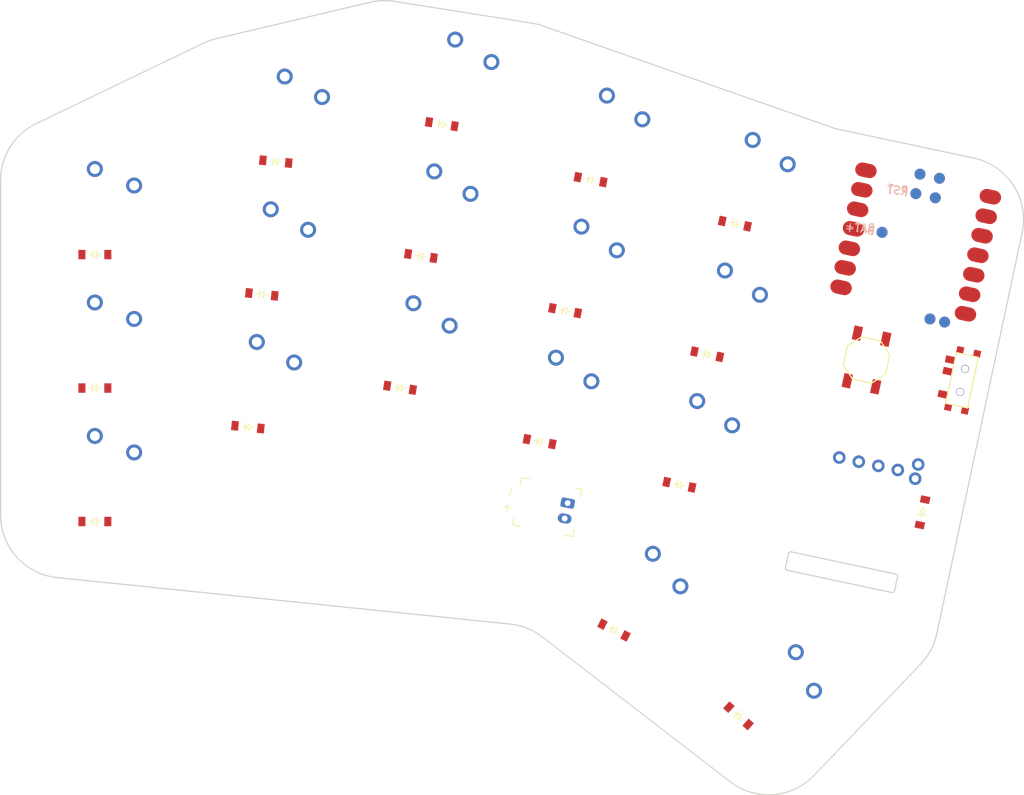
<source format=kicad_pcb>
(kicad_pcb (version 20241229) (generator "pcbnew") (generator_version "9.0")
  (title_block (title "ergogen_rollasplay") (rev "v1.0.0") (company "Unknown"))
  (layers (0 "F.Cu" signal) (2 "B.Cu" signal) (13 "F.Paste" user) (15 "B.Paste" user) (5 "F.SilkS" user "F.Silkscreen") (7 "B.SilkS" user "B.Silkscreen") (1 "F.Mask" user) (3 "B.Mask" user) (25 "Edge.Cuts" user))
  (net 0 "")
  (net 1 "D0")
  (net 2 "pinky_bottom")
  (net 3 "pinky_home")
  (net 4 "pinky_top")
  (net 5 "D2")
  (net 6 "ring_bottom")
  (net 7 "ring_home")
  (net 8 "ring_top")
  (net 9 "D4")
  (net 10 "middle_bottom")
  (net 11 "middle_home")
  (net 12 "middle_top")
  (net 13 "D8")
  (net 14 "index_bottom")
  (net 15 "index_home")
  (net 16 "index_top")
  (net 17 "D9")
  (net 18 "inner_bottom")
  (net 19 "inner_home")
  (net 20 "inner_top")
  (net 21 "left_onerow")
  (net 22 "right_onerow")
  (net 23 "D5")
  (net 24 "D3")
  (net 25 "D1")
  (net 26 "D10")
  (net 27 "D6")
  (net 28 "D7")
  (net 29 "RAW3V3")
  (net 30 "RAW5V")
  (net 31 "CLK")
  (net 32 "DIO")
  (net 33 "GND")
  (net 34 "RST")
  (net 35 "BAT")
  (net 36 "NFC1")
  (net 37 "NFC2")
  (net 38 "BAT_P")
  (net 39 "encoder_onerow")
  (footprint "E73:SPDT_C128955" (layer "F.Cu") (at 210.459494 87.024253 -102)
    (property "Reference" "T1" (hide yes))
    (property "Value" "" (hide yes))
    (fp_line (start 3.3 1.5) (end 3.3 -1.35) (stroke (width 0.15)) (layer "F.SilkS"))
    (fp_line (start -3.3 1.5) (end 3.3 1.5) (stroke (width 0.15)) (layer "F.SilkS"))
    (fp_line (start 1.95 -1.35) (end -1.95 -1.35) (stroke (width 0.15)) (layer "F.SilkS"))
    (fp_line (start 0 -1.35) (end 3.3 -1.35) (stroke (width 0.15)) (layer "F.SilkS"))
    (fp_line (start 0 -1.35) (end -3.3 -1.35) (stroke (width 0.15)) (layer "F.SilkS"))
    (fp_line (start -3.3 -1.35) (end -3.3 1.5) (stroke (width 0.15)) (layer "F.SilkS"))
    (pad "" smd rect (at -3.7 -1.1 258) (size 0.9 0.9) (layers "F.Cu" "F.Mask" "F.Paste"))
    (pad "" smd rect (at -3.7 1.1 258) (size 0.9 0.9) (layers "F.Cu" "F.Mask" "F.Paste"))
    (pad "" np_thru_hole circle (at -1.5 -0.000002) (size 1 1) (drill 0.9) (layers "*.Cu" "*.Mask"))
    (pad "" np_thru_hole circle (at 1.5 0.000002) (size 1 1) (drill 0.9) (layers "*.Cu" "*.Mask"))
    (pad "" smd rect (at 3.7 -1.1 258) (size 0.9 0.9) (layers "F.Cu" "F.Mask" "F.Paste"))
    (pad "" smd rect (at 3.7 1.1 258) (size 0.9 0.9) (layers "F.Cu" "F.Mask" "F.Paste"))
    (pad "1" smd rect (at 2.25 2.075 258) (size 0.9 1.25) (layers "F.Cu" "F.Mask" "F.Paste") (net 29 "RAW3V3"))
    (pad "2" smd rect (at -0.749998 2.075 258) (size 0.9 1.25) (layers "F.Cu" "F.Mask" "F.Paste") (net 35 "BAT"))
    (pad "3" smd rect (at -2.25 2.075 258) (size 0.9 1.25) (layers "F.Cu" "F.Mask" "F.Paste"))
  )
  (footprint "E73:SW_TACT_ALPS_SKQGABE010" (layer "F.Cu") (at 198.232649 84.425356 -102)
    (property "Reference" "B1" (hide yes))
    (property "Value" "" (hide yes))
    (fp_line (start -1.25 2.75) (end 1.25 2.750001) (stroke (width 0.15)) (layer "F.SilkS"))
    (fp_line (start 2.75 1.25) (end 1.25 2.750001) (stroke (width 0.15)) (layer "F.SilkS"))
    (fp_line (start -2.750001 1.25) (end -1.25 2.75) (stroke (width 0.15)) (layer "F.SilkS"))
    (fp_line (start 2.750001 -1.25) (end 2.75 1.25) (stroke (width 0.15)) (layer "F.SilkS"))
    (fp_line (start 2.750001 -1.25) (end 1.25 -2.75) (stroke (width 0.15)) (layer "F.SilkS"))
    (fp_line (start -2.75 -1.25) (end -2.750001 1.25) (stroke (width 0.15)) (layer "F.SilkS"))
    (fp_line (start -2.75 -1.25) (end -1.25 -2.750001) (stroke (width 0.15)) (layer "F.SilkS"))
    (fp_line (start -1.25 -2.750001) (end 1.25 -2.75) (stroke (width 0.15)) (layer "F.SilkS"))
    (pad "1" smd rect (at -3.1 -1.85 258) (size 1.8 1.1) (layers "F.Cu" "F.Mask" "F.Paste") (net 33 "GND"))
    (pad "1" smd rect (at 3.1 -1.85 258) (size 1.8 1.1) (layers "F.Cu" "F.Mask" "F.Paste") (net 33 "GND"))
    (pad "2" smd rect (at -3.1 1.85 258) (size 1.8 1.1) (layers "F.Cu" "F.Mask" "F.Paste") (net 34 "RST"))
    (pad "2" smd rect (at 3.1 1.85 258) (size 1.8 1.1) (layers "F.Cu" "F.Mask" "F.Paste") (net 34 "RST"))
  )
  (footprint "ceoloide:diode_tht_sod123" (layer "F.Cu") (at 141.504829 71.172127 -9)
    (property "Reference" "D8" (hide yes))
    (property "Value" "")
    (fp_line (start -0.75 0) (end -0.35 0) (stroke (width 0.1)) (layer "F.SilkS"))
    (fp_line (start -0.35 0) (end -0.35 0.55) (stroke (width 0.1)) (layer "F.SilkS"))
    (fp_line (start -0.35 0) (end -0.35 -0.55) (stroke (width 0.1)) (layer "F.SilkS"))
    (fp_line (start -0.35 0) (end 0.25 -0.4) (stroke (width 0.1)) (layer "F.SilkS"))
    (fp_line (start 0.25 0.4) (end -0.35 0) (stroke (width 0.1)) (layer "F.SilkS"))
    (fp_line (start 0.25 0) (end 0.75 0) (stroke (width 0.1)) (layer "F.SilkS"))
    (fp_line (start 0.25 -0.4) (end 0.25 0.4) (stroke (width 0.1)) (layer "F.SilkS"))
    (pad "1" smd rect (at -1.65 0 351) (size 0.9 1.2) (layers "F.Cu" "F.Mask" "F.Paste") (net 24 "D3"))
    (pad "2" smd rect (at 1.65 0 351) (size 0.9 1.2) (layers "F.Cu" "F.Mask" "F.Paste") (net 11 "middle_home"))
  )
  (footprint "PG1350" (layer "F.Cu") (at 175.447066 95.42841 -12)
    (property "Reference" "S13" (hide yes))
    (property "Value" "" (hide yes))
    (pad "" np_thru_hole circle (at -5.5 0) (size 1.7018 1.7018) (drill 1.7018) (layers "*.Cu" "*.Mask"))
    (pad "" np_thru_hole circle (at 0 0) (size 3.429 3.429) (drill 3.429) (layers "*.Cu" "*.Mask"))
    (pad "" np_thru_hole circle (at 5.5 0) (size 1.7018 1.7018) (drill 1.7018) (layers "*.Cu" "*.Mask"))
    (pad "1" thru_hole circle (at 5 -3.799999) (size 2.032 2.032) (drill 1.27) (layers "*.Cu" "*.Mask") (net 17 "D9"))
    (pad "2" thru_hole circle (at 0 -5.9) (size 2.032 2.032) (drill 1.27) (layers "*.Cu" "*.Mask") (net 18 "inner_bottom"))
  )
  (footprint "PG1350" (layer "F.Cu") (at 160.814171 73.228447 -11)
    (property "Reference" "S11" (hide yes))
    (property "Value" "" (hide yes))
    (pad "" np_thru_hole circle (at -5.5 0.000002) (size 1.7018 1.7018) (drill 1.7018) (layers "*.Cu" "*.Mask"))
    (pad "" np_thru_hole circle (at 0 0) (size 3.429 3.429) (drill 3.429) (layers "*.Cu" "*.Mask"))
    (pad "" np_thru_hole circle (at 5.5 -0.000002) (size 1.7018 1.7018) (drill 1.7018) (layers "*.Cu" "*.Mask"))
    (pad "1" thru_hole circle (at 5 -3.8) (size 2.032 2.032) (drill 1.27) (layers "*.Cu" "*.Mask") (net 13 "D8"))
    (pad "2" thru_hole circle (at 0 -5.9) (size 2.032 2.032) (drill 1.27) (layers "*.Cu" "*.Mask") (net 15 "index_home"))
  )
  (footprint "PG1350" (layer "F.Cu") (at 100 66)
    (property "Reference" "S3" (hide yes))
    (property "Value" "" (hide yes))
    (pad "" np_thru_hole circle (at -5.5 0) (size 1.7018 1.7018) (drill 1.7018) (layers "*.Cu" "*.Mask"))
    (pad "" np_thru_hole circle (at 0 0) (size 3.429 3.429) (drill 3.429) (layers "*.Cu" "*.Mask"))
    (pad "" np_thru_hole circle (at 5.5 0) (size 1.7018 1.7018) (drill 1.7018) (layers "*.Cu" "*.Mask"))
    (pad "1" thru_hole circle (at 5 -3.8) (size 2.032 2.032) (drill 1.27) (layers "*.Cu" "*.Mask") (net 1 "D0"))
    (pad "2" thru_hole circle (at 0 -5.9) (size 2.032 2.032) (drill 1.27) (layers "*.Cu" "*.Mask") (net 4 "pinky_top"))
  )
  (footprint "PG1350" (layer "F.Cu") (at 142.287001 66.233686 -9)
    (property "Reference" "S8" (hide yes))
    (property "Value" "" (hide yes))
    (pad "" np_thru_hole circle (at -5.5 0) (size 1.7018 1.7018) (drill 1.7018) (layers "*.Cu" "*.Mask"))
    (pad "" np_thru_hole circle (at 0 0) (size 3.429 3.429) (drill 3.429) (layers "*.Cu" "*.Mask"))
    (pad "" np_thru_hole circle (at 5.5 0) (size 1.7018 1.7018) (drill 1.7018) (layers "*.Cu" "*.Mask"))
    (pad "1" thru_hole circle (at 5 -3.8) (size 2.032 2.032) (drill 1.27) (layers "*.Cu" "*.Mask") (net 9 "D4"))
    (pad "2" thru_hole circle (at 0 -5.9) (size 2.032 2.032) (drill 1.27) (layers "*.Cu" "*.Mask") (net 11 "middle_home"))
  )
  (footprint "ceoloide:diode_tht_sod123" (layer "F.Cu") (at 123.031326 59.158865 -6)
    (property "Reference" "D6" (hide yes))
    (property "Value" "")
    (fp_line (start -0.75 0) (end -0.35 0) (stroke (width 0.1)) (layer "F.SilkS"))
    (fp_line (start -0.35 0) (end -0.35 0.55) (stroke (width 0.1)) (layer "F.SilkS"))
    (fp_line (start -0.35 0) (end -0.35 -0.55) (stroke (width 0.1)) (layer "F.SilkS"))
    (fp_line (start -0.35 0) (end 0.25 -0.4) (stroke (width 0.1)) (layer "F.SilkS"))
    (fp_line (start 0.25 0.4) (end -0.35 0) (stroke (width 0.1)) (layer "F.SilkS"))
    (fp_line (start 0.25 0) (end 0.75 0) (stroke (width 0.1)) (layer "F.SilkS"))
    (fp_line (start 0.25 -0.4) (end 0.25 0.4) (stroke (width 0.1)) (layer "F.SilkS"))
    (pad "1" smd rect (at -1.65 0 354) (size 0.9 1.2) (layers "F.Cu" "F.Mask" "F.Paste") (net 25 "D1"))
    (pad "2" smd rect (at 1.65 0 354) (size 0.9 1.2) (layers "F.Cu" "F.Mask" "F.Paste") (net 8 "ring_top"))
  )
  (footprint "ceoloide:diode_tht_sod123" (layer "F.Cu") (at 177.942006 83.690639 -12)
    (property "Reference" "D14" (hide yes))
    (property "Value" "")
    (fp_line (start -0.75 0) (end -0.35 0) (stroke (width 0.1)) (layer "F.SilkS"))
    (fp_line (start -0.35 0) (end -0.35 0.55) (stroke (width 0.1)) (layer "F.SilkS"))
    (fp_line (start -0.35 0) (end -0.35 -0.55) (stroke (width 0.1)) (layer "F.SilkS"))
    (fp_line (start -0.35 0) (end 0.25 -0.4) (stroke (width 0.1)) (layer "F.SilkS"))
    (fp_line (start 0.25 0.4) (end -0.35 0) (stroke (width 0.1)) (layer "F.SilkS"))
    (fp_line (start 0.25 0) (end 0.75 0) (stroke (width 0.1)) (layer "F.SilkS"))
    (fp_line (start 0.25 -0.4) (end 0.25 0.4) (stroke (width 0.1)) (layer "F.SilkS"))
    (pad "1" smd rect (at -1.65 0 348) (size 0.9 1.2) (layers "F.Cu" "F.Mask" "F.Paste") (net 24 "D3"))
    (pad "2" smd rect (at 1.65 0 348) (size 0.9 1.2) (layers "F.Cu" "F.Mask" "F.Paste") (net 19 "inner_home"))
  )
  (footprint "ceoloide:diode_tht_sod123" (layer "F.Cu") (at 181.938027 129.748862 -42)
    (property "Reference" "D17" (hide yes))
    (property "Value" "")
    (fp_line (start -0.75 0) (end -0.35 0) (stroke (width 0.1)) (layer "F.SilkS"))
    (fp_line (start -0.35 0) (end -0.35 0.55) (stroke (width 0.1)) (layer "F.SilkS"))
    (fp_line (start -0.35 0) (end -0.35 -0.55) (stroke (width 0.1)) (layer "F.SilkS"))
    (fp_line (start -0.35 0) (end 0.25 -0.399999) (stroke (width 0.1)) (layer "F.SilkS"))
    (fp_line (start 0.25 0.4) (end -0.35 0) (stroke (width 0.1)) (layer "F.SilkS"))
    (fp_line (start 0.25 0) (end 0.75 0) (stroke (width 0.1)) (layer "F.SilkS"))
    (fp_line (start 0.25 -0.399999) (end 0.25 0.4) (stroke (width 0.1)) (layer "F.SilkS"))
    (pad "1" smd rect (at -1.65 0 318) (size 0.9 1.2) (layers "F.Cu" "F.Mask" "F.Paste") (net 26 "D10"))
    (pad "2" smd rect (at 1.65 0 318) (size 0.9 1.2) (layers "F.Cu" "F.Mask" "F.Paste") (net 22 "right_onerow"))
  )
  (footprint "ceoloide:diode_tht_sod123" (layer "F.Cu") (at 174.407507 100.319148 -12)
    (property "Reference" "D13" (hide yes))
    (property "Value" "")
    (fp_line (start -0.75 0) (end -0.35 0) (stroke (width 0.1)) (layer "F.SilkS"))
    (fp_line (start -0.35 0) (end -0.35 0.55) (stroke (width 0.1)) (layer "F.SilkS"))
    (fp_line (start -0.35 0) (end -0.35 -0.55) (stroke (width 0.1)) (layer "F.SilkS"))
    (fp_line (start -0.35 0) (end 0.25 -0.4) (stroke (width 0.1)) (layer "F.SilkS"))
    (fp_line (start 0.25 0.4) (end -0.35 0) (stroke (width 0.1)) (layer "F.SilkS"))
    (fp_line (start 0.25 0) (end 0.75 0) (stroke (width 0.1)) (layer "F.SilkS"))
    (fp_line (start 0.25 -0.4) (end 0.25 0.4) (stroke (width 0.1)) (layer "F.SilkS"))
    (pad "1" smd rect (at -1.65 0 348) (size 0.9 1.2) (layers "F.Cu" "F.Mask" "F.Paste") (net 23 "D5"))
    (pad "2" smd rect (at 1.65 0 348) (size 0.9 1.2) (layers "F.Cu" "F.Mask" "F.Paste") (net 18 "inner_bottom"))
  )
  (footprint "PG1350" (layer "F.Cu") (at 120 88 -6)
    (property "Reference" "S4" (hide yes))
    (property "Value" "" (hide yes))
    (pad "" np_thru_hole circle (at -5.5 0) (size 1.7018 1.7018) (drill 1.7018) (layers "*.Cu" "*.Mask"))
    (pad "" np_thru_hole circle (at 0 0) (size 3.429 3.429) (drill 3.429) (layers "*.Cu" "*.Mask"))
    (pad "" np_thru_hole circle (at 5.5 0) (size 1.7018 1.7018) (drill 1.7018) (layers "*.Cu" "*.Mask"))
    (pad "1" thru_hole circle (at 5 -3.8) (size 2.032 2.032) (drill 1.27) (layers "*.Cu" "*.Mask") (net 5 "D2"))
    (pad "2" thru_hole circle (at 0 -5.9) (size 2.032 2.032) (drill 1.27) (layers "*.Cu" "*.Mask") (net 6 "ring_bottom"))
  )
  (footprint "ceoloide:diode_tht_sod123" (layer "F.Cu") (at 159.860126 78.136583 -11)
    (property "Reference" "D11" (hide yes))
    (property "Value" "")
    (fp_line (start -0.75 0) (end -0.35 0) (stroke (width 0.1)) (layer "F.SilkS"))
    (fp_line (start -0.35 0) (end -0.35 0.55) (stroke (width 0.1)) (layer "F.SilkS"))
    (fp_line (start -0.35 0) (end -0.35 -0.55) (stroke (width 0.1)) (layer "F.SilkS"))
    (fp_line (start -0.35 0) (end 0.25 -0.4) (stroke (width 0.1)) (layer "F.SilkS"))
    (fp_line (start 0.25 0.4) (end -0.35 0) (stroke (width 0.1)) (layer "F.SilkS"))
    (fp_line (start 0.25 0) (end 0.75 0) (stroke (width 0.1)) (layer "F.SilkS"))
    (fp_line (start 0.25 -0.4) (end 0.25 0.4) (stroke (width 0.1)) (layer "F.SilkS"))
    (pad "1" smd rect (at -1.65 0 349) (size 0.9 1.2) (layers "F.Cu" "F.Mask" "F.Paste") (net 24 "D3"))
    (pad "2" smd rect (at 1.65 0 349) (size 0.9 1.2) (layers "F.Cu" "F.Mask" "F.Paste") (net 15 "index_home"))
  )
  (footprint "PG1350" (layer "F.Cu") (at 164.057924 56.540785 -11)
    (property "Reference" "S12" (hide yes))
    (property "Value" "" (hide yes))
    (pad "" np_thru_hole circle (at -5.5 0.000002) (size 1.7018 1.7018) (drill 1.7018) (layers "*.Cu" "*.Mask"))
    (pad "" np_thru_hole circle (at 0 0) (size 3.429 3.429) (drill 3.429) (layers "*.Cu" "*.Mask"))
    (pad "" np_thru_hole circle (at 5.5 -0.000002) (size 1.7018 1.7018) (drill 1.7018) (layers "*.Cu" "*.Mask"))
    (pad "1" thru_hole circle (at 5 -3.8) (size 2.032 2.032) (drill 1.27) (layers "*.Cu" "*.Mask") (net 13 "D8"))
    (pad "2" thru_hole circle (at 0 -5.9) (size 2.032 2.032) (drill 1.27) (layers "*.Cu" "*.Mask") (net 16 "index_top"))
  )
  (footprint "ceoloide:diode_tht_sod123" (layer "F.Cu") (at 166.084437 118.82266 -27)
    (property "Reference" "D16" (hide yes))
    (property "Value" "")
    (fp_line (start -0.75 0) (end -0.35 0) (stroke (width 0.1)) (layer "F.SilkS"))
    (fp_line (start -0.35 0) (end -0.35 0.55) (stroke (width 0.1)) (layer "F.SilkS"))
    (fp_line (start -0.35 0) (end -0.35 -0.55) (stroke (width 0.1)) (layer "F.SilkS"))
    (fp_line (start -0.35 0) (end 0.25 -0.4) (stroke (width 0.1)) (layer "F.SilkS"))
    (fp_line (start 0.25 0.4) (end -0.35 0) (stroke (width 0.1)) (layer "F.SilkS"))
    (fp_line (start 0.25 0) (end 0.75 0) (stroke (width 0.1)) (layer "F.SilkS"))
    (fp_line (start 0.25 -0.4) (end 0.25 0.4) (stroke (width 0.1)) (layer "F.SilkS"))
    (pad "1" smd rect (at -1.65 0 333) (size 0.9 1.2) (layers "F.Cu" "F.Mask" "F.Paste") (net 26 "D10"))
    (pad "2" smd rect (at 1.65 0 333) (size 0.9 1.2) (layers "F.Cu" "F.Mask" "F.Paste") (net 21 "left_onerow"))
  )
  (footprint "ceoloide:diode_tht_sod123" (layer "F.Cu") (at 119.477358 92.97261 -6)
    (property "Reference" "D4" (hide yes))
    (property "Value" "")
    (fp_line (start -0.75 0) (end -0.35 0) (stroke (width 0.1)) (layer "F.SilkS"))
    (fp_line (start -0.35 0) (end -0.35 0.55) (stroke (width 0.1)) (layer "F.SilkS"))
    (fp_line (start -0.35 0) (end -0.35 -0.55) (stroke (width 0.1)) (layer "F.SilkS"))
    (fp_line (start -0.35 0) (end 0.25 -0.4) (stroke (width 0.1)) (layer "F.SilkS"))
    (fp_line (start 0.25 0.4) (end -0.35 0) (stroke (width 0.1)) (layer "F.SilkS"))
    (fp_line (start 0.25 0) (end 0.75 0) (stroke (width 0.1)) (layer "F.SilkS"))
    (fp_line (start 0.25 -0.4) (end 0.25 0.4) (stroke (width 0.1)) (layer "F.SilkS"))
    (pad "1" smd rect (at -1.65 0 354) (size 0.9 1.2) (layers "F.Cu" "F.Mask" "F.Paste") (net 23 "D5"))
    (pad "2" smd rect (at 1.65 0 354) (size 0.9 1.2) (layers "F.Cu" "F.Mask" "F.Paste") (net 6 "ring_bottom"))
  )
  (footprint "PG1350" (layer "F.Cu") (at 178.981565 78.799901 -12)
    (property "Reference" "S14" (hide yes))
    (property "Value" "" (hide yes))
    (pad "" np_thru_hole circle (at -5.5 0) (size 1.7018 1.7018) (drill 1.7018) (layers "*.Cu" "*.Mask"))
    (pad "" np_thru_hole circle (at 0 0) (size 3.429 3.429) (drill 3.429) (layers "*.Cu" "*.Mask"))
    (pad "" np_thru_hole circle (at 5.5 0) (size 1.7018 1.7018) (drill 1.7018) (layers "*.Cu" "*.Mask"))
    (pad "1" thru_hole circle (at 5 -3.799999) (size 2.032 2.032) (drill 1.27) (layers "*.Cu" "*.Mask") (net 17 "D9"))
    (pad "2" thru_hole circle (at 0 -5.9) (size 2.032 2.032) (drill 1.27) (layers "*.Cu" "*.Mask") (net 19 "inner_home"))
  )
  (footprint "ceoloide:diode_tht_sod123" (layer "F.Cu") (at 100 71)
    (property "Reference" "D3" (hide yes))
    (property "Value" "")
    (fp_line (start -0.75 0) (end -0.35 0) (stroke (width 0.1)) (layer "F.SilkS"))
    (fp_line (start -0.35 0) (end -0.35 -0.55) (stroke (width 0.1)) (layer "F.SilkS"))
    (fp_line (start -0.35 0) (end -0.35 0.55) (stroke (width 0.1)) (layer "F.SilkS"))
    (fp_line (start -0.35 0) (end 0.25 -0.4) (stroke (width 0.1)) (layer "F.SilkS"))
    (fp_line (start 0.25 -0.4) (end 0.25 0.4) (stroke (width 0.1)) (layer "F.SilkS"))
    (fp_line (start 0.25 0) (end 0.75 0) (stroke (width 0.1)) (layer "F.SilkS"))
    (fp_line (start 0.25 0.4) (end -0.35 0) (stroke (width 0.1)) (layer "F.SilkS"))
    (pad "1" smd rect (at -1.65 0) (size 0.9 1.2) (layers "F.Cu" "F.Mask" "F.Paste") (net 25 "D1"))
    (pad "2" smd rect (at 1.65 0) (size 0.9 1.2) (layers "F.Cu" "F.Mask" "F.Paste") (net 4 "pinky_top"))
  )
  (footprint "ceoloide:battery_connector_jst_ph_2" (layer "F.Cu") (at 159.998037 103.631307 -101)
    (property "Reference" "JST1" (hide yes))
    (property "Value" "")
    (fp_line (start 1.5 7.4) (end 0.5 7.4) (stroke (width 0.1)) (layer "F.SilkS"))
    (fp_line (start -1.5 7.4) (end -0.5 7.4) (stroke (width 0.1)) (layer "F.SilkS"))
    (fp_line (start 1 6.9) (end 1 7.9) (stroke (width 0.1)) (layer "F.SilkS"))
    (fp_line (start 3.06 6.36) (end 3.06 5.36) (stroke (width 0.12)) (layer "F.SilkS"))
    (fp_line (start 2.14 6.36) (end 3.06 6.36) (stroke (width 0.12)) (layer "F.SilkS"))
    (fp_line (start -2.14 6.36) (end -3.06 6.36) (stroke (width 0.12)) (layer "F.SilkS"))
    (fp_line (start -3.06 6.36) (end -3.06 5.36) (stroke (width 0.12)) (layer "F.SilkS"))
    (fp_line (start 3.06 -1.46) (end 3.06 -0.46) (stroke (width 0.12)) (layer "F.SilkS"))
    (fp_line (start 2.14 -1.46) (end 3.06 -1.46) (stroke (width 0.12)) (layer "F.SilkS"))
    (fp_line (start -2.06 -1.46) (end -3.06 -1.46) (stroke (width 0.12)) (layer "F.SilkS"))
    (fp_line (start -3.06 -1.46) (end -3.06 -0.46) (stroke (width 0.12)) (layer "F.SilkS"))
    (pad "1" thru_hole roundrect (at -1 0 259) (size 1.2 1.75) (drill 0.75) (layers "*.Cu" "*.Mask") (roundrect_rratio 0.2) (net 33 "GND"))
    (pad "2" thru_hole oval (at 1 0 259) (size 1.2 1.75) (drill 0.75) (layers "*.Cu" "*.Mask") (net 38 "BAT_P"))
  )
  (footprint "ceoloide:diode_tht_sod123" (layer "F.Cu") (at 138.845443 87.962829 -9)
    (property "Reference" "D7" (hide yes))
    (property "Value" "")
    (fp_line (start -0.75 0) (end -0.35 0) (stroke (width 0.1)) (layer "F.SilkS"))
    (fp_line (start -0.35 0) (end -0.35 0.55) (stroke (width 0.1)) (layer "F.SilkS"))
    (fp_line (start -0.35 0) (end -0.35 -0.55) (stroke (width 0.1)) (layer "F.SilkS"))
    (fp_line (start -0.35 0) (end 0.25 -0.4) (stroke (width 0.1)) (layer "F.SilkS"))
    (fp_line (start 0.25 0.4) (end -0.35 0) (stroke (width 0.1)) (layer "F.SilkS"))
    (fp_line (start 0.25 0) (end 0.75 0) (stroke (width 0.1)) (layer "F.SilkS"))
    (fp_line (start 0.25 -0.4) (end 0.25 0.4) (stroke (width 0.1)) (layer "F.SilkS"))
    (pad "1" smd rect (at -1.65 0 351) (size 0.9 1.2) (layers "F.Cu" "F.Mask" "F.Paste") (net 23 "D5"))
    (pad "2" smd rect (at 1.65 0 351) (size 0.9 1.2) (layers "F.Cu" "F.Mask" "F.Paste") (net 10 "middle_bottom"))
  )
  (footprint "ceoloide:diode_tht_sod123" (layer "F.Cu") (at 181.476505 67.06213 -12)
    (property "Reference" "D15" (hide yes))
    (property "Value" "")
    (fp_line (start -0.75 0) (end -0.35 0) (stroke (width 0.1)) (layer "F.SilkS"))
    (fp_line (start -0.35 0) (end -0.35 0.55) (stroke (width 0.1)) (layer "F.SilkS"))
    (fp_line (start -0.35 0) (end -0.35 -0.55) (stroke (width 0.1)) (layer "F.SilkS"))
    (fp_line (start -0.35 0) (end 0.25 -0.4) (stroke (width 0.1)) (layer "F.SilkS"))
    (fp_line (start 0.25 0.4) (end -0.35 0) (stroke (width 0.1)) (layer "F.SilkS"))
    (fp_line (start 0.25 0) (end 0.75 0) (stroke (width 0.1)) (layer "F.SilkS"))
    (fp_line (start 0.25 -0.4) (end 0.25 0.4) (stroke (width 0.1)) (layer "F.SilkS"))
    (pad "1" smd rect (at -1.65 0 348) (size 0.9 1.2) (layers "F.Cu" "F.Mask" "F.Paste") (net 25 "D1"))
    (pad "2" smd rect (at 1.65 0 348) (size 0.9 1.2) (layers "F.Cu" "F.Mask" "F.Paste") (net 20 "inner_top"))
  )
  (footprint "PG1350" (layer "F.Cu") (at 144.946387 49.442984 -9)
    (property "Reference" "S9" (hide yes))
    (property "Value" "" (hide yes))
    (pad "" np_thru_hole circle (at -5.5 0) (size 1.7018 1.7018) (drill 1.7018) (layers "*.Cu" "*.Mask"))
    (pad "" np_thru_hole circle (at 0 0) (size 3.429 3.429) (drill 3.429) (layers "*.Cu" "*.Mask"))
    (pad "" np_thru_hole circle (at 5.5 0) (size 1.7018 1.7018) (drill 1.7018) (layers "*.Cu" "*.Mask"))
    (pad "1" thru_hole circle (at 5 -3.8) (size 2.032 2.032) (drill 1.27) (layers "*.Cu" "*.Mask") (net 9 "D4"))
    (pad "2" thru_hole circle (at 0 -5.9) (size 2.032 2.032) (drill 1.27) (layers "*.Cu" "*.Mask") (net 12 "middle_top"))
  )
  (footprint "RollerEncoder_Panasonic_EVQWGD001" (layer "F.Cu") (at 197.320726 103.144822 -102)
    (property "Reference" "REF**")
    (property "Value" "RollaEncoda")
    (fp_line (start 9.8 7.3) (end 9.8 -6.3) (stroke (width 0.15)) (layer "Edge.Cuts"))
    (fp_line (start 7.7 7.6) (end 9.5 7.6) (stroke (width 0.15)) (layer "Edge.Cuts"))
    (fp_line (start 9.5 -6.6) (end 7.7 -6.6) (stroke (width 0.15)) (layer "Edge.Cuts"))
    (fp_line (start 7.4 -6.3) (end 7.4 7.3) (stroke (width 0.15)) (layer "Edge.Cuts"))
    (fp_arc (start 9.8 7.3) (mid 9.712133 7.512132) (end 9.5 7.6) (stroke (width 0.15)) (layer "Edge.Cuts"))
    (fp_arc (start 7.7 7.6) (mid 7.487868 7.512132) (end 7.4 7.3) (stroke (width 0.15)) (layer "Edge.Cuts"))
    (fp_arc (start 9.5 -6.6) (mid 9.712132 -6.512132) (end 9.8 -6.3) (stroke (width 0.15)) (layer "Edge.Cuts"))
    (fp_arc (start 7.4 -6.3) (mid 7.487868 -6.512132) (end 7.7 -6.6) (stroke (width 0.15)) (layer "Edge.Cuts"))
    (pad "" np_thru_hole circle (at -5.625 6.3 258) (size 1.5 1.5) (drill 1.5) (layers "*.Cu" "*.Mask"))
    (pad "A" thru_hole circle (at -5.625 -3.81 258) (size 1.6 1.6) (drill 0.9) (layers "*.Cu" "*.Mask") (net 28 "D7"))
    (pad "B" thru_hole circle (at -5.625 -1.27 258) (size 1.6 1.6) (drill 0.9) (layers "*.Cu" "*.Mask") (net 33 "GND"))
    (pad "C" thru_hole circle (at -5.625 1.27 258) (size 1.6 1.6) (drill 0.9) (layers "*.Cu" "*.Mask") (net 27 "D6"))
    (pad "D" thru_hole circle (at -5.625 3.81 258) (size 1.6 1.6) (drill 0.9) (layers "*.Cu" "*.Mask"))
    (pad "S1" thru_hole circle (at -6.85 -6.2 258) (size 1.6 1.6) (drill 0.9) (layers "*.Cu" "*.Mask") (net 17 "D9"))
    (pad "S2" thru_hole circle (at -5.000001 -6.2 258) (size 1.6 1.6) (drill 0.9) (layers "*.Cu" "*.Mask") (net 39 "encoder_onerow"))
  )
  (footprint "PG1350" (layer "F.Cu") (at 185.28368 126.033138 -42)
    (property "Reference" "S17" (hide yes))
    (property "Value" "" (hide yes))
    (pad "" np_thru_hole circle (at -5.5 0.000001) (size 1.7018 1.7018) (drill 1.7018) (layers "*.Cu" "*.Mask"))
    (pad "" np_thru_hole circle (at 0 0) (size 3.429 3.429) (drill 3.429) (layers "*.Cu" "*.Mask"))
    (pad "" np_thru_hole circle (at 5.5 -0.000001) (size 1.7018 1.7018) (drill 1.7018) (layers "*.Cu" "*.Mask"))
    (pad "1" thru_hole circle (at 5 -3.799999) (size 2.032 2.032) (drill 1.27) (layers "*.Cu" "*.Mask") (net 13 "D8"))
    (pad "2" thru_hole circle (at 0.000001 -5.9) (size 2.032 2.032) (drill 1.27) (layers "*.Cu" "*.Mask") (net 22 "right_onerow"))
  )
  (footprint "ceoloide:diode_tht_sod123" (layer "F.Cu") (at 163.103879 61.448921 -11)
    (property "Reference" "D12" (hide yes))
    (property "Value" "")
    (fp_line (start -0.75 0) (end -0.35 0) (stroke (width 0.1)) (layer "F.SilkS"))
    (fp_line (start -0.35 0) (end -0.35 0.55) (stroke (width 0.1)) (layer "F.SilkS"))
    (fp_line (start -0.35 0) (end -0.35 -0.55) (stroke (width 0.1)) (layer "F.SilkS"))
    (fp_line (start -0.35 0) (end 0.25 -0.4) (stroke (width 0.1)) (layer "F.SilkS"))
    (fp_line (start 0.25 0.4) (end -0.35 0) (stroke (width 0.1)) (layer "F.SilkS"))
    (fp_line (start 0.25 0) (end 0.75 0) (stroke (width 0.1)) (layer "F.SilkS"))
    (fp_line (start 0.25 -0.4) (end 0.25 0.4) (stroke (width 0.1)) (layer "F.SilkS"))
    (pad "1" smd rect (at -1.65 0 349) (size 0.9 1.2) (layers "F.Cu" "F.Mask" "F.Paste") (net 25 "D1"))
    (pad "2" smd rect (at 1.65 0 349) (size 0.9 1.2) (layers "F.Cu" "F.Mask" "F.Paste") (net 16 "index_top"))
  )
  (footprint "PG1350" (layer "F.Cu") (at 182.516063 62.171392 -12)
    (property "Reference" "S15" (hide yes))
    (property "Value" "" (hide yes))
    (pad "" np_thru_hole circle (at -5.5 0) (size 1.7018 1.7018) (drill 1.7018) (layers "*.Cu" "*.Mask"))
    (pad "" np_thru_hole circle (at 0 0) (size 3.429 3.429) (drill 3.429) (layers "*.Cu" "*.Mask"))
    (pad "" np_thru_hole circle (at 5.5 0) (size 1.7018 1.7018) (drill 1.7018) (layers "*.Cu" "*.Mask"))
    (pad "1" thru_hole circle (at 5 -3.799999) (size 2.032 2.032) (drill 1.27) (layers "*.Cu" "*.Mask") (net 17 "D9"))
    (pad "2" thru_hole circle (at 0 -5.9) (size 2.032 2.032) (drill 1.27) (layers "*.Cu" "*.Mask") (net 20 "inner_top"))
  )
  (footprint "ceoloide:diode_tht_sod123" (layer "F.Cu") (at 144.164215 54.381426 -9)
    (property "Reference" "D9" (hide yes))
    (property "Value" "")
    (fp_line (start -0.75 0) (end -0.35 0) (stroke (width 0.1)) (layer "F.SilkS"))
    (fp_line (start -0.35 0) (end -0.35 0.55) (stroke (width 0.1)) (layer "F.SilkS"))
    (fp_line (start -0.35 0) (end -0.35 -0.55) (stroke (width 0.1)) (layer "F.SilkS"))
    (fp_line (start -0.35 0) (end 0.25 -0.4) (stroke (width 0.1)) (layer "F.SilkS"))
    (fp_line (start 0.25 0.4) (end -0.35 0) (stroke (width 0.1)) (layer "F.SilkS"))
    (fp_line (start 0.25 0) (end 0.75 0) (stroke (width 0.1)) (layer "F.SilkS"))
    (fp_line (start 0.25 -0.4) (end 0.25 0.4) (stroke (width 0.1)) (layer "F.SilkS"))
    (pad "1" smd rect (at -1.65 0 351) (size 0.9 1.2) (layers "F.Cu" "F.Mask" "F.Paste") (net 25 "D1"))
    (pad "2" smd rect (at 1.65 0 351) (size 0.9 1.2) (layers "F.Cu" "F.Mask" "F.Paste") (net 12 "middle_top"))
  )
  (footprint "ceoloide:diode_tht_sod123" (layer "F.Cu") (at 156.616373 94.824245 -11)
    (property "Reference" "D10" (hide yes))
    (property "Value" "")
    (fp_line (start -0.75 0) (end -0.35 0) (stroke (width 0.1)) (layer "F.SilkS"))
    (fp_line (start -0.35 0) (end -0.35 0.55) (stroke (width 0.1)) (layer "F.SilkS"))
    (fp_line (start -0.35 0) (end -0.35 -0.55) (stroke (width 0.1)) (layer "F.SilkS"))
    (fp_line (start -0.35 0) (end 0.25 -0.4) (stroke (width 0.1)) (layer "F.SilkS"))
    (fp_line (start 0.25 0.4) (end -0.35 0) (stroke (width 0.1)) (layer "F.SilkS"))
    (fp_line (start 0.25 0) (end 0.75 0) (stroke (width 0.1)) (layer "F.SilkS"))
    (fp_line (start 0.25 -0.4) (end 0.25 0.4) (stroke (width 0.1)) (layer "F.SilkS"))
    (pad "1" smd rect (at -1.65 0 349) (size 0.9 1.2) (layers "F.Cu" "F.Mask" "F.Paste") (net 23 "D5"))
    (pad "2" smd rect (at 1.65 0 349) (size 0.9 1.2) (layers "F.Cu" "F.Mask" "F.Paste") (net 14 "index_bottom"))
  )
  (footprint "ceoloide:diode_tht_sod123" (layer "F.Cu") (at 100 88)
    (property "Reference" "D2" (hide yes))
    (property "Value" "")
    (fp_line (start -0.75 0) (end -0.35 0) (stroke (width 0.1)) (layer "F.SilkS"))
    (fp_line (start -0.35 0) (end -0.35 -0.55) (stroke (width 0.1)) (layer "F.SilkS"))
    (fp_line (start -0.35 0) (end -0.35 0.55) (stroke (width 0.1)) (layer "F.SilkS"))
    (fp_line (start -0.35 0) (end 0.25 -0.4) (stroke (width 0.1)) (layer "F.SilkS"))
    (fp_line (start 0.25 -0.4) (end 0.25 0.4) (stroke (width 0.1)) (layer "F.SilkS"))
    (fp_line (start 0.25 0) (end 0.75 0) (stroke (width 0.1)) (layer "F.SilkS"))
    (fp_line (start 0.25 0.4) (end -0.35 0) (stroke (width 0.1)) (layer "F.SilkS"))
    (pad "1" smd rect (at -1.65 0) (size 0.9 1.2) (layers "F.Cu" "F.Mask" "F.Paste") (net 24 "D3"))
    (pad "2" smd rect (at 1.65 0) (size 0.9 1.2) (layers "F.Cu" "F.Mask" "F.Paste") (net 3 "pinky_home"))
  )
  (footprint "PG1350" (layer "F.Cu") (at 139.627615 83.024388 -9)
    (property "Reference" "S7" (hide yes))
    (property "Value" "" (hide yes))
    (pad "" np_thru_hole circle (at -5.5 0) (size 1.7018 1.7018) (drill 1.7018) (layers "*.Cu" "*.Mask"))
    (pad "" np_thru_hole circle (at 0 0) (size 3.429 3.429) (drill 3.429) (layers "*.Cu" "*.Mask"))
    (pad "" np_thru_hole circle (at 5.5 0) (size 1.7018 1.7018) (drill 1.7018) (layers "*.Cu" "*.Mask"))
    (pad "1" thru_hole circle (at 5 -3.8) (size 2.032 2.032) (drill 1.27) (layers "*.Cu" "*.Mask") (net 9 "D4"))
    (pad "2" thru_hole circle (at 0 -5.9) (size 2.032 2.032) (drill 1.27) (layers "*.Cu" "*.Mask") (net 10 "middle_bottom"))
  )
  (footprint "ceoloide:diode_tht_sod123" (layer "F.Cu") (at 205.353818 103.829968 78)
    (property "Reference" "D18" (hide yes))
    (property "Value" "")
    (fp_line (start 0.25 -0.4) (end 0.25 0.4) (stroke (width 0.1)) (layer "F.SilkS"))
    (fp_line (start -0.75 0) (end -0.35 0) (stroke (width 0.1)) (layer "F.SilkS"))
    (fp_line (start -0.35 0) (end -0.35 -0.55) (stroke (width 0.1)) (layer "F.SilkS"))
    (fp_line (start -0.35 0) (end 0.25 -0.4) (stroke (width 0.1)) (layer "F.SilkS"))
    (fp_line (start -0.35 0) (end -0.35 0.55) (stroke (width 0.1)) (layer "F.SilkS"))
    (fp_line (start 0.25 0) (end 0.75 0) (stroke (width 0.1)) (layer "F.SilkS"))
    (fp_line (start 0.25 0.4) (end -0.35 0) (stroke (width 0.1)) (layer "F.SilkS"))
    (pad "1" smd rect (at -1.65 0 78) (size 0.9 1.2) (layers "F.Cu" "F.Mask" "F.Paste") (net 26 "D10"))
    (pad "2" smd rect (at 1.65 0 78) (size 0.9 1.2) (layers "F.Cu" "F.Mask" "F.Paste") (net 39 "encoder_onerow"))
  )
  (footprint "PG1350" (layer "F.Cu") (at 100 100)
    (property "Reference" "S1" (hide yes))
    (property "Value" "" (hide yes))
    (pad "" np_thru_hole circle (at -5.5 0) (size 1.7018 1.7018) (drill 1.7018) (layers "*.Cu" "*.Mask"))
    (pad "" np_thru_hole circle (at 0 0) (size 3.429 3.429) (drill 3.429) (layers "*.Cu" "*.Mask"))
    (pad "" np_thru_hole circle (at 5.5 0) (size 1.7018 1.7018) (drill 1.7018) (layers "*.Cu" "*.Mask"))
    (pad "1" thru_hole circle (at 5 -3.8) (size 2.032 2.032) (drill 1.27) (layers "*.Cu" "*.Mask") (net 1 "D0"))
    (pad "2" thru_hole circle (at 0 -5.9) (size 2.032 2.032) (drill 1.27) (layers "*.Cu" "*.Mask") (net 2 "pinky_bottom"))
  )
  (footprint "ceoloide:diode_tht_sod123" (layer "F.Cu") (at 121.254342 76.065737 -6)
    (property "Reference" "D5" (hide yes))
    (property "Value" "")
    (fp_line (start -0.75 0) (end -0.35 0) (stroke (width 0.1)) (layer "F.SilkS"))
    (fp_line (start -0.35 0) (end -0.35 0.55) (stroke (width 0.1)) (layer "F.SilkS"))
    (fp_line (start -0.35 0) (end -0.35 -0.55) (stroke (width 0.1)) (layer "F.SilkS"))
    (fp_line (start -0.35 0) (end 0.25 -0.4) (stroke (width 0.1)) (layer "F.SilkS"))
    (fp_line (start 0.25 0.4) (end -0.35 0) (stroke (width 0.1)) (layer "F.SilkS"))
    (fp_line (start 0.25 0) (end 0.75 0) (stroke (width 0.1)) (layer "F.SilkS"))
    (fp_line (start 0.25 -0.4) (end 0.25 0.4) (stroke (width 0.1)) (layer "F.SilkS"))
    (pad "1" smd rect (at -1.65 0 354) (size 0.9 1.2) (layers "F.Cu" "F.Mask" "F.Paste") (net 24 "D3"))
    (pad "2" smd rect (at 1.65 0 354) (size 0.9 1.2) (layers "F.Cu" "F.Mask" "F.Paste") (net 7 "ring_home"))
  )
  (footprint "ceoloide:diode_tht_sod123" (layer "F.Cu") (at 100 105)
    (property "Reference" "D1" (hide yes))
    (property "Value" "")
    (fp_line (start -0.75 0) (end -0.35 0) (stroke (width 0.1)) (layer "F.SilkS"))
    (fp_line (start -0.35 0) (end -0.35 -0.55) (stroke (width 0.1)) (layer "F.SilkS"))
    (fp_line (start -0.35 0) (end -0.35 0.55) (stroke (width 0.1)) (layer "F.SilkS"))
    (fp_line (start -0.35 0) (end 0.25 -0.4) (stroke (width 0.1)) (layer "F.SilkS"))
    (fp_line (start 0.25 -0.4) (end 0.25 0.4) (stroke (width 0.1)) (layer "F.SilkS"))
    (fp_line (start 0.25 0) (end 0.75 0) (stroke (width 0.1)) (layer "F.SilkS"))
    (fp_line (start 0.25 0.4) (end -0.35 0) (stroke (width 0.1)) (layer "F.SilkS"))
    (pad "1" smd rect (at -1.65 0) (size 0.9 1.2) (layers "F.Cu" "F.Mask" "F.Paste") (net 23 "D5"))
    (pad "2" smd rect (at 1.65 0) (size 0.9 1.2) (layers "F.Cu" "F.Mask" "F.Paste") (net 2 "pinky_bottom"))
  )
  (footprint "xiao_smd" (layer "F.Cu") (at 204.493679 69.39873 -12)
    (property "Reference" "MCU1" (hide yes))
    (property "Value" "")
    (fp_text user "RST" (at -3.6 -5.95 348) (layer "B.SilkS") (effects (justify mirror)))
    (fp_text user "BAT+" (at -7.3 -0.25 0) (layer "B.SilkS") (effects (justify mirror)))
    (fp_text user "BAT+" (at -7.3 -0.25 348) (layer "B.SilkS") (effects (justify mirror)))
    (fp_text user "RST" (at -3.6 -5.95 0) (layer "B.SilkS") (effects (justify mirror)))
    (pad "1" smd oval (at -7.62 -7.62 168) (size 2.75 1.8) (drill (offset 0.475 0)) (layers "F.Cu" "F.Mask" "F.Paste") (net 1 "D0"))
    (pad "2" smd oval (at -7.62 -5.08 168) (size 2.75 1.8) (drill (offset 0.475 0)) (layers "F.Cu" "F.Mask" "F.Paste") (net 25 "D1"))
    (pad "3" smd oval (at -7.62 -2.54 168) (size 2.75 1.8) (drill (offset 0.475 0)) (layers "F.Cu" "F.Mask" "F.Paste") (net 5 "D2"))
    (pad "4" smd oval (at -7.62 0 168) (size 2.75 1.8) (drill (offset 0.475 0)) (layers "F.Cu" "F.Mask" "F.Paste") (net 24 "D3"))
    (pad "5" smd oval (at -7.62 2.54 168) (size 2.75 1.8) (drill (offset 0.475 0)) (layers "F.Cu" "F.Mask" "F.Paste") (net 9 "D4"))
    (pad "6" smd oval (at -7.62 5.08 168) (size 2.75 1.8) (drill (offset 0.475 0)) (layers "F.Cu" "F.Mask" "F.Paste") (net 23 "D5"))
    (pad "7" smd oval (at -7.62 7.62 168) (size 2.75 1.8) (drill (offset 0.475 0)) (layers "F.Cu" "F.Mask" "F.Paste") (net 27 "D6"))
    (pad "8" smd oval (at 7.62 7.62 348) (size 2.75 1.8) (drill (offset 0.475 0)) (layers "F.Cu" "F.Mask" "F.Paste") (net 28 "D7"))
    (pad "9" smd oval (at 7.62 5.08 348) (size 2.75 1.8) (drill (offset 0.475 0)) (layers "F.Cu" "F.Mask" "F.Paste") (net 13 "D8"))
    (pad "10" smd oval (at 7.62 2.54 348) (size 2.75 1.8) (drill (offset 0.475 0)) (layers "F.Cu" "F.Mask" "F.Paste") (net 17 "D9"))
    (pad "11" smd oval (at 7.62 0 348) (size 2.75 1.8) (drill (offset 0.475 0)) (layers "F.Cu" "F.Mask" "F.Paste") (net 26 "D10"))
    (pad "12" smd oval (at 7.62 -2.54 348) (size 2.75 1.8) (drill (offset 0.475 0)) (layers "F.Cu" "F.Mask" "F.Paste") (net 29 "RAW3V3"))
    (pad "13" smd oval (at 7.62 -5.08 348) (size 2.75 1.8) (drill (offset 0.475 0)) (layers "F.Cu" "F.Mask" "F.Paste") (net 33 "GND"))
    (pad "14" smd oval (at 7.62 -7.62 348) (size 2.75 1.8) (drill (offset 0.475 0)) (layers "F.Cu" "F.Mask" "F.Paste") (net 30 "RAW5V"))
    (pad "15" smd circle (at -1.27 -8.572 78) (size 1.397 1.397) (layers "*.Cu" "*.Mask") (net 31 "CLK"))
    (pad "16" smd circle (at 1.27 -8.572 78) (size 1.397 1.397) (layers "*.Cu" "*.Mask") (net 32 "DIO"))
    (pad "17" smd circle (at -1.27 -6.032 78) (size 1.397 1.397) (layers "*.Cu" "*.Mask") (net 34 "RST"))
    (pad "18" smd circle (at 1.27 -6.032 78) (size 1.397 1.397) (layers "*.Cu" "*.Mask") (net 33 "GND"))
    (pad "19" smd circle (at -4.445 -0.317 168) (size 1.397 1.397) (layers "*.Cu" "*.Mask") (net 35 "BAT"))
    (pad "20" smd circle (at 3.810001 9.208 168) (size 1.397 1.397) (layers "*.Cu" "*.Mask") (net 36 "NFC1"))
    (pad "21" smd circle (at 5.715 9.208 168) (size 1.397 1.397) (layers "*.Cu" "*.Mask") (net 37 "NFC2"))
  )
  (footprint "PG1350" (layer "F.Cu") (at 123.553968 54.186256 -6)
    (property "Reference" "S6" (hide yes))
    (property "Value" "" (hide yes))
    (pad "" np_thru_hole circle (at -5.5 0) (size 1.7018 1.7018) (drill 1.7018) (layers "*.Cu" "*.Mask"))
    (pad "" np_thru_hole circle (at 0 0) (size 3.429 3.429) (drill 3.429) (layers "*.Cu" "*.Mask"))
    (pad "" np_thru_hole circle (at 5.5 0) (size 1.7018 1.7018) (drill 1.7018) (layers "*.Cu" "*.Mask"))
    (pad "1" thru_hole circle (at 5 -3.8) (size 2.032 2.032) (drill 1.27) (layers "*.Cu" "*.Mask") (net 5 "D2"))
    (pad "2" thru_hole circle (at 0 -5.9) (size 2.032 2.032) (drill 1.27) (layers "*.Cu" "*.Mask") (net 8 "ring_top"))
  )
  (footprint "PG1350" (layer "F.Cu") (at 121.776984 71.093128 -6)
    (property "Reference" "S5" (hide yes))
    (property "Value" "" (hide yes))
    (pad "" np_thru_hole circle (at -5.5 0) (size 1.7018 1.7018) (drill 1.7018) (layers "*.Cu" "*.Mask"))
    (pad "" np_thru_hole circle (at 0 0) (size 3.429 3.429) (drill 3.429) (layers "*.Cu" "*.Mask"))
    (pad "" np_thru_hole circle (at 5.5 0) (size 1.7018 1.7018) (drill 1.7018) (layers "*.Cu" "*.Mask"))
    (pad "1" thru_hole circle (at 5 -3.8) (size 2.032 2.032) (drill 1.27) (layers "*.Cu" "*.Mask") (net 5 "D2"))
    (pad "2" thru_hole circle (at 0 -5.9) (size 2.032 2.032) (drill 1.27) (layers "*.Cu" "*.Mask") (net 7 "ring_home"))
  )
  (footprint "PG1350" (layer "F.Cu") (at 168.354389 114.367627 -27)
    (property "Reference" "S16" (hide yes))
    (property "Value" "" (hide yes))
    (pad "" np_thru_hole circle (at -5.5 0) (size 1.7018 1.7018) (drill 1.7018) (layers "*.Cu" "*.Mask"))
    (pad "" np_thru_hole circle (at 0 0) (size 3.429 3.429) (drill 3.429) (layers "*.Cu" "*.Mask"))
    (pad "" np_thru_hole circle (at 5.5 0) (size 1.7018 1.7018) (drill 1.7018) (layers "*.Cu" "*.Mask"))
    (pad "1" thru_hole circle (at 5.000001 -3.8) (size 2.032 2.032) (drill 1.27) (layers "*.Cu" "*.Mask") (net 9 "D4"))
    (pad "2" thru_hole circle (at 0 -5.9) (size 2.032 2.032) (drill 1.27) (layers "*.Cu" "*.Mask") (net 21 "left_onerow"))
  )
  (footprint "PG1350" (layer "F.Cu") (at 100 83)
    (property "Reference" "S2" (hide yes))
    (property "Value" "" (hide yes))
    (pad "" np_thru_hole circle (at -5.5 0) (size 1.7018 1.7018) (drill 1.7018) (layers "*.Cu" "*.Mask"))
    (pad "" np_thru_hole circle (at 0 0) (size 3.429 3.429) (drill 3.429) (layers "*.Cu" "*.Mask"))
    (pad "" np_thru_hole circle (at 5.5 0) (size 1.7018 1.7018) (drill 1.7018) (layers "*.Cu" "*.Mask"))
    (pad "1" thru_hole circle (at 5 -3.8) (size 2.032 2.032) (drill 1.27) (layers "*.Cu" "*.Mask") (net 1 "D0"))
    (pad "2" thru_hole circle (at 0 -5.9) (size 2.032 2.032) (drill 1.27) (layers "*.Cu" "*.Mask") (net 3 "pinky_home"))
  )
  (footprint "PG1350" (layer "F.Cu") (at 157.570418 89.916109 -11)
    (property "Reference" "S10" (hide yes))
    (property "Value" "" (hide yes))
    (pad "" np_thru_hole circle (at -5.5 0.000002) (size 1.7018 1.7018) (drill 1.7018) (layers "*.Cu" "*.Mask"))
    (pad "" np_thru_hole circle (at 0 0) (size 3.429 3.429) (drill 3.429) (layers "*.Cu" "*.Mask"))
    (pad "" np_thru_hole circle (at 5.5 -0.000002) (size 1.7018 1.7018) (drill 1.7018) (layers "*.Cu" "*.Mask"))
    (pad "1" thru_hole circle (at 5 -3.8) (size 2.032 2.032) (drill 1.27) (layers "*.Cu" "*.Mask") (net 13 "D8"))
    (pad "2" thru_hole circle (at 0 -5.9) (size 2.032 2.032) (drill 1.27) (layers "*.Cu" "*.Mask") (net 14 "index_bottom"))
  )
  (gr_line (start 194.775493 55.064979) (end 211.879357 58.700517) (stroke (width 0.15)) (layer "Edge.Cuts"))
  (gr_line (start 156.993179 41.864453) (end 193.78772 54.787767) (stroke (width 0.15)) (layer "Edge.Cuts"))
  (gr_arc (start 155.593589 41.510916) (mid 156.301375 41.656051) (end 156.993179 41.864453) (stroke (width 0.15)) (layer "Edge.Cuts"))
  (gr_arc (start 194.775493 55.064978) (mid 194.277158 54.942223) (end 193.78772 54.787767) (stroke (width 0.15)) (layer "Edge.Cuts"))
  (gr_line (start 218.041244 68.188992) (end 207.183044 119.272808) (stroke (width 0.15)) (layer "Edge.Cuts"))
  (gr_line (start 138.114378 38.742481) (end 155.593589 41.510916) (stroke (width 0.15)) (layer "Edge.Cuts"))
  (gr_line (start 92.529755 54.319223) (end 113.81944 44.069653) (stroke (width 0.15)) (layer "Edge.Cuts"))
  (gr_arc (start 207.183045 119.272808) (mid 206.429685 121.349749) (end 205.136962 123.141424) (stroke (width 0.15)) (layer "Edge.Cuts"))
  (gr_line (start 205.136962 123.141424) (end 191.544221 137.341544) (stroke (width 0.15)) (layer "Edge.Cuts"))
  (gr_arc (start 211.879358 58.700518) (mid 216.925428 62.168587) (end 218.041244 68.188992) (stroke (width 0.15)) (layer "Edge.Cuts"))
  (gr_arc (start 113.81944 44.069653) (mid 114.617463 43.737295) (end 115.446688 43.492985) (stroke (width 0.15)) (layer "Edge.Cuts"))
  (gr_arc (start 95.182946 112.137463) (mid 90.061295 109.5395) (end 88 104.179296) (stroke (width 0.15)) (layer "Edge.Cuts"))
  (gr_arc (start 135.019905 38.859172) (mid 136.561441 38.64967) (end 138.114378 38.742481) (stroke (width 0.15)) (layer "Edge.Cuts"))
  (gr_line (start 115.446688 43.492985) (end 135.019905 38.859172) (stroke (width 0.15)) (layer "Edge.Cuts"))
  (gr_arc (start 87.999999 61.527372) (mid 89.226449 57.270727) (end 92.529755 54.319223) (stroke (width 0.15)) (layer "Edge.Cuts"))
  (gr_arc (start 191.54422 137.341545) (mid 186.36628 139.787016) (end 180.880327 138.145151) (stroke (width 0.15)) (layer "Edge.Cuts"))
  (gr_line (start 152.866654 118.059765) (end 95.182946 112.137463) (stroke (width 0.15)) (layer "Edge.Cuts"))
  (gr_line (start 88 104.179296) (end 88 61.527372) (stroke (width 0.15)) (layer "Edge.Cuts"))
  (gr_line (start 180.880327 138.145151) (end 156.934396 119.682415) (stroke (width 0.15)) (layer "Edge.Cuts"))
  (gr_arc (start 152.866654 118.059764) (mid 155.013723 118.58732) (end 156.934396 119.682415) (stroke (width 0.15)) (layer "Edge.Cuts"))
)
</source>
